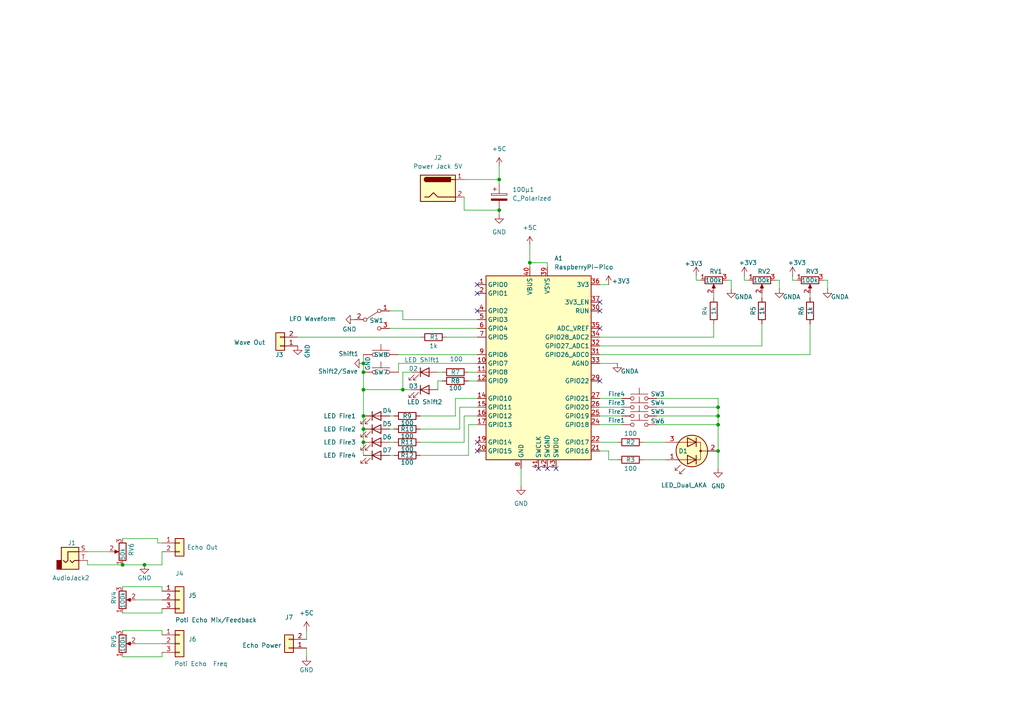
<source format=kicad_sch>
(kicad_sch (version 20231120) (generator "eeschema") (generator_version "8.0")
  (paper "A4")
  (lib_symbols
    (symbol "Connector:AudioJack2"
      (property "Reference" "J" (at 0 8.89 0))
      (property "Value" "AudioJack2" (at 0 6.35 0))
      (symbol "AudioJack2_0_1"
        (rectangle (start -3.81 0) (end -2.54 -2.54) (stroke (width 0.254)) (fill (type outline)))
        (rectangle (start -2.54 3.81) (end 2.54 -2.54) (stroke (width 0.254)) (fill (type background)))
        (polyline (pts (xy 0 0) (xy 0.635 -0.635) (xy 1.27 0) (xy 2.54 0)) (stroke (width 0.254)))
        (polyline (pts (xy 2.54 2.54) (xy -0.635 2.54) (xy -0.635 0) (xy -1.27 -0.635) (xy -1.905 0)) (stroke (width 0.254)))
      )
      (symbol "AudioJack2_1_1"
        (pin passive line (at 5.08 2.54 180) (length 2.54) (name "~") (number "S"))
        (pin passive line (at 5.08 0 180) (length 2.54) (name "~") (number "T"))
      )
    )
    (symbol "Connector:Barrel_Jack" (pin_names (offset 1.016))
      (property "Reference" "J" (at 0 5.334 0))
      (property "Value" "Barrel_Jack" (at 0 -5.08 0))
      (symbol "Barrel_Jack_0_1"
        (rectangle (start -5.08 3.81) (end 5.08 -3.81) (stroke (width 0.254)) (fill (type background)))
        (arc (start -3.302 3.175) (mid -3.9342 2.54) (end -3.302 1.905) (stroke (width 0.254)))
        (arc (start -3.302 3.175) (mid -3.9342 2.54) (end -3.302 1.905) (stroke (width 0.254)) (fill (type outline)))
        (polyline (pts (xy 5.08 2.54) (xy 3.81 2.54)) (stroke (width 0.254)))
        (polyline (pts (xy -3.81 -2.54) (xy -2.54 -2.54) (xy -1.27 -1.27) (xy 0 -2.54) (xy 2.54 -2.54) (xy 5.08 -2.54)) (stroke (width 0.254)))
        (rectangle (start 3.683 3.175) (end -3.302 1.905) (stroke (width 0.254)) (fill (type outline)))
      )
      (symbol "Barrel_Jack_1_1"
        (pin passive line (at 7.62 2.54 180) (length 2.54) (name "~") (number "1"))
        (pin passive line (at 7.62 -2.54 180) (length 2.54) (name "~") (number "2"))
      )
    )
    (symbol "Connector_Generic:Conn_01x02" (pin_names (offset 1.016) hide)
      (property "Reference" "J" (at 0 2.54 0))
      (property "Value" "Conn_01x02" (at 0 -5.08 0))
      (symbol "Conn_01x02_1_1"
        (rectangle (start -1.27 -2.413) (end 0 -2.667) (stroke (width 0.1524)))
        (rectangle (start -1.27 0.127) (end 0 -0.127) (stroke (width 0.1524)))
        (rectangle (start -1.27 1.27) (end 1.27 -3.81) (stroke (width 0.254)) (fill (type background)))
        (pin passive line (at -5.08 0 0) (length 3.81) (name "Pin_1") (number "1"))
        (pin passive line (at -5.08 -2.54 0) (length 3.81) (name "Pin_2") (number "2"))
      )
    )
    (symbol "Connector_Generic:Conn_01x03" (pin_names (offset 1.016) hide)
      (property "Reference" "J" (at 0 5.08 0))
      (property "Value" "Conn_01x03" (at 0 -5.08 0))
      (symbol "Conn_01x03_1_1"
        (rectangle (start -1.27 -2.413) (end 0 -2.667) (stroke (width 0.1524)))
        (rectangle (start -1.27 0.127) (end 0 -0.127) (stroke (width 0.1524)))
        (rectangle (start -1.27 2.667) (end 0 2.413) (stroke (width 0.1524)))
        (rectangle (start -1.27 3.81) (end 1.27 -3.81) (stroke (width 0.254)) (fill (type background)))
        (pin passive line (at -5.08 2.54 0) (length 3.81) (name "Pin_1") (number "1"))
        (pin passive line (at -5.08 0 0) (length 3.81) (name "Pin_2") (number "2"))
        (pin passive line (at -5.08 -2.54 0) (length 3.81) (name "Pin_3") (number "3"))
      )
    )
    (symbol "Device:C_Polarized" (pin_numbers hide) (pin_names (offset 0.254))
      (property "Reference" "C" (at 0.635 2.54 0))
      (property "Value" "C_Polarized" (at 0.635 -2.54 0))
      (symbol "C_Polarized_0_1"
        (rectangle (start -2.286 0.508) (end 2.286 1.016))
        (polyline (pts (xy -1.778 2.286) (xy -0.762 2.286)))
        (polyline (pts (xy -1.27 2.794) (xy -1.27 1.778)))
        (rectangle (start 2.286 -0.508) (end -2.286 -1.016) (fill (type outline)))
      )
      (symbol "C_Polarized_1_1"
        (pin passive line (at 0 3.81 270) (length 2.794) (name "~") (number "1"))
        (pin passive line (at 0 -3.81 90) (length 2.794) (name "~") (number "2"))
      )
    )
    (symbol "Device:LED" (pin_numbers hide) (pin_names (offset 1.016) hide)
      (property "Reference" "D" (at 0 2.54 0))
      (property "Value" "LED" (at 0 -2.54 0))
      (symbol "LED_0_1"
        (polyline (pts (xy -1.27 -1.27) (xy -1.27 1.27)) (stroke (width 0.254)))
        (polyline (pts (xy -1.27 0) (xy 1.27 0)))
        (polyline (pts (xy 1.27 -1.27) (xy 1.27 1.27) (xy -1.27 0) (xy 1.27 -1.27)) (stroke (width 0.254)))
        (polyline (pts (xy -3.048 -0.762) (xy -4.572 -2.286) (xy -3.81 -2.286) (xy -4.572 -2.286) (xy -4.572 -1.524)))
        (polyline (pts (xy -1.778 -0.762) (xy -3.302 -2.286) (xy -2.54 -2.286) (xy -3.302 -2.286) (xy -3.302 -1.524)))
      )
      (symbol "LED_1_1"
        (pin passive line (at -3.81 0 0) (length 2.54) (name "K") (number "1"))
        (pin passive line (at 3.81 0 180) (length 2.54) (name "A") (number "2"))
      )
    )
    (symbol "Device:LED_Dual_AKA" (pin_names (offset 0) hide)
      (property "Reference" "D" (at 0 5.715 0))
      (property "Value" "LED_Dual_AKA" (at 0 -6.35 0))
      (symbol "LED_Dual_AKA_0_1"
        (circle (center -2.54 0) (radius 0.2794) (fill (type outline)))
        (polyline (pts (xy -4.572 0) (xy -2.54 0)))
        (polyline (pts (xy -1.27 -1.27) (xy -1.27 -3.81)) (stroke (width 0.254)))
        (polyline (pts (xy -1.27 1.27) (xy -1.27 3.81)) (stroke (width 0.254)))
        (polyline (pts (xy 3.81 -2.54) (xy 1.905 -2.54)))
        (polyline (pts (xy 3.81 2.54) (xy 1.905 2.54)))
        (polyline (pts (xy 1.27 -3.81) (xy 1.27 -1.27) (xy -1.27 -2.54) (xy 1.27 -3.81)) (stroke (width 0.254)))
        (polyline (pts (xy 1.27 1.27) (xy 1.27 3.81) (xy -1.27 2.54) (xy 1.27 1.27)) (stroke (width 0.254)))
        (polyline (pts (xy 2.032 2.54) (xy -2.54 2.54) (xy -2.54 -2.54) (xy 2.032 -2.54)))
        (polyline (pts (xy 2.032 5.08) (xy 3.556 6.604) (xy 2.794 6.604) (xy 3.556 6.604) (xy 3.556 5.842)))
        (polyline (pts (xy 3.302 4.064) (xy 4.826 5.588) (xy 4.064 5.588) (xy 4.826 5.588) (xy 4.826 4.826)))
        (circle (center 0 0) (radius 4.572) (stroke (width 0.254)) (fill (type background)))
      )
      (symbol "LED_Dual_AKA_1_1"
        (pin input line (at 7.62 2.54 180) (length 3.81) (name "A1") (number "1"))
        (pin input line (at -7.62 0 0) (length 3.048) (name "K") (number "2"))
        (pin input line (at 7.62 -2.54 180) (length 3.81) (name "A2") (number "3"))
      )
    )
    (symbol "Device:R" (pin_numbers hide) (pin_names (offset 0))
      (property "Reference" "R" (at 2.032 0 90))
      (property "Value" "R" (at 0 0 90))
      (symbol "R_0_1"
        (rectangle (start -1.016 -2.54) (end 1.016 2.54) (stroke (width 0.254)))
      )
      (symbol "R_1_1"
        (pin passive line (at 0 3.81 270) (length 1.27) (name "~") (number "1"))
        (pin passive line (at 0 -3.81 90) (length 1.27) (name "~") (number "2"))
      )
    )
    (symbol "Device:R_Potentiometer" (pin_names (offset 1.016) hide)
      (property "Reference" "RV" (at -4.445 0 90))
      (property "Value" "R_Potentiometer" (at -2.54 0 90))
      (symbol "R_Potentiometer_0_1"
        (polyline (pts (xy 2.54 0) (xy 1.524 0)))
        (polyline (pts (xy 1.143 0) (xy 2.286 0.508) (xy 2.286 -0.508) (xy 1.143 0)) (fill (type outline)))
        (rectangle (start 1.016 2.54) (end -1.016 -2.54) (stroke (width 0.254)))
      )
      (symbol "R_Potentiometer_1_1"
        (pin passive line (at 0 3.81 270) (length 1.27) (name "1") (number "1"))
        (pin passive line (at 3.81 0 180) (length 1.27) (name "2") (number "2"))
        (pin passive line (at 0 -3.81 90) (length 1.27) (name "3") (number "3"))
      )
    )
    (symbol "RPI_pico_MCU_Module:RaspberryPi-Pico"
      (property "Reference" "A" (at 0 17.78 0))
      (property "Value" "RaspberryPi-Pico" (at 2.54 15.24 0))
      (symbol "RaspberryPi-Pico_0_1"
        (rectangle (start -15.24 27.94) (end 15.24 -25.4) (stroke (width 0.254)) (fill (type background)))
      )
      (symbol "RaspberryPi-Pico_1_1"
        (pin bidirectional line (at -17.78 25.4 0) (length 2.54) (name "GPIO0") (number "1"))
        (pin bidirectional line (at -17.78 2.54 0) (length 2.54) (name "GPIO7") (number "10"))
        (pin bidirectional line (at -17.78 0 0) (length 2.54) (name "GPIO8") (number "11"))
        (pin bidirectional line (at -17.78 -2.54 0) (length 2.54) (name "GPIO9") (number "12"))
        (pin passive line (at -5.08 -27.94 90) (length 2.54) hide (name "GND") (number "13"))
        (pin bidirectional line (at -17.78 -7.62 0) (length 2.54) (name "GPIO10") (number "14"))
        (pin bidirectional line (at -17.78 -10.16 0) (length 2.54) (name "GPIO11") (number "15"))
        (pin bidirectional line (at -17.78 -12.7 0) (length 2.54) (name "GPIO12") (number "16"))
        (pin bidirectional line (at -17.78 -15.24 0) (length 2.54) (name "GPIO13") (number "17"))
        (pin passive line (at -5.08 -27.94 90) (length 2.54) hide (name "GND") (number "18"))
        (pin bidirectional line (at -17.78 -20.32 0) (length 2.54) (name "GPIO14") (number "19"))
        (pin bidirectional line (at -17.78 22.86 0) (length 2.54) (name "GPIO1") (number "2"))
        (pin bidirectional line (at -17.78 -22.86 0) (length 2.54) (name "GPIO15") (number "20"))
        (pin bidirectional line (at 17.78 -22.86 180) (length 2.54) (name "GPIO16") (number "21"))
        (pin bidirectional line (at 17.78 -20.32 180) (length 2.54) (name "GPIO17") (number "22"))
        (pin passive line (at -5.08 -27.94 90) (length 2.54) hide (name "GND") (number "23"))
        (pin bidirectional line (at 17.78 -15.24 180) (length 2.54) (name "GPIO18") (number "24"))
        (pin bidirectional line (at 17.78 -12.7 180) (length 2.54) (name "GPIO19") (number "25"))
        (pin bidirectional line (at 17.78 -10.16 180) (length 2.54) (name "GPIO20") (number "26"))
        (pin bidirectional line (at 17.78 -7.62 180) (length 2.54) (name "GPIO21") (number "27"))
        (pin passive line (at -5.08 -27.94 90) (length 2.54) hide (name "GND") (number "28"))
        (pin bidirectional line (at 17.78 -2.54 180) (length 2.54) (name "GPIO22") (number "29"))
        (pin passive line (at -5.08 -27.94 90) (length 2.54) hide (name "GND") (number "3"))
        (pin input line (at 17.78 17.78 180) (length 2.54) (name "RUN") (number "30"))
        (pin bidirectional line (at 17.78 5.08 180) (length 2.54) (name "GPIO26_ADC0") (number "31"))
        (pin bidirectional line (at 17.78 7.62 180) (length 2.54) (name "GPIO27_ADC1") (number "32"))
        (pin power_in line (at 17.78 2.54 180) (length 2.54) (name "AGND") (number "33"))
        (pin bidirectional line (at 17.78 10.16 180) (length 2.54) (name "GPIO28_ADC2") (number "34"))
        (pin power_in line (at 17.78 12.7 180) (length 2.54) (name "ADC_VREF") (number "35"))
        (pin power_out line (at 17.78 25.4 180) (length 2.54) (name "3V3") (number "36"))
        (pin input line (at 17.78 20.32 180) (length 2.54) (name "3V3_EN") (number "37"))
        (pin passive line (at -5.08 -27.94 90) (length 2.54) hide (name "GND") (number "38"))
        (pin power_out line (at 2.54 30.48 270) (length 2.54) (name "VSYS") (number "39"))
        (pin bidirectional line (at -17.78 17.78 0) (length 2.54) (name "GPIO2") (number "4"))
        (pin power_out line (at -2.54 30.48 270) (length 2.54) (name "VBUS") (number "40"))
        (pin input line (at 0 -27.94 90) (length 2.54) (name "SWCLK") (number "41"))
        (pin power_in line (at 2.54 -27.94 90) (length 2.54) (name "SWGND") (number "42"))
        (pin bidirectional line (at 5.08 -27.94 90) (length 2.54) (name "SWDIO") (number "43"))
        (pin bidirectional line (at -17.78 15.24 0) (length 2.54) (name "GPIO3") (number "5"))
        (pin bidirectional line (at -17.78 12.7 0) (length 2.54) (name "GPIO4") (number "6"))
        (pin bidirectional line (at -17.78 10.16 0) (length 2.54) (name "GPIO5") (number "7"))
        (pin power_in line (at -5.08 -27.94 90) (length 2.54) (name "GND") (number "8"))
        (pin bidirectional line (at -17.78 5.08 0) (length 2.54) (name "GPIO6") (number "9"))
      )
    )
    (symbol "Switch:SW_Push" (pin_numbers hide) (pin_names (offset 1.016) hide)
      (property "Reference" "SW" (at 1.27 2.54 0))
      (property "Value" "SW_Push" (at 0 -1.524 0))
      (symbol "SW_Push_0_1"
        (circle (center -2.032 0) (radius 0.508))
        (polyline (pts (xy 0 1.27) (xy 0 3.048)))
        (polyline (pts (xy 2.54 1.27) (xy -2.54 1.27)))
        (circle (center 2.032 0) (radius 0.508))
        (pin passive line (at -5.08 0 0) (length 2.54) (name "1") (number "1"))
        (pin passive line (at 5.08 0 180) (length 2.54) (name "2") (number "2"))
      )
    )
    (symbol "Switch:SW_SPDT" (pin_names (offset 0) hide)
      (property "Reference" "SW" (at 0 4.318 0))
      (property "Value" "SW_SPDT" (at 0 -5.08 0))
      (symbol "SW_SPDT_0_0"
        (circle (center -2.032 0) (radius 0.508))
        (circle (center 2.032 -2.54) (radius 0.508))
      )
      (symbol "SW_SPDT_0_1"
        (polyline (pts (xy -1.524 0.254) (xy 1.651 2.286)))
        (circle (center 2.032 2.54) (radius 0.508))
      )
      (symbol "SW_SPDT_1_1"
        (pin passive line (at 5.08 2.54 180) (length 2.54) (name "A") (number "1"))
        (pin passive line (at -5.08 0 0) (length 2.54) (name "B") (number "2"))
        (pin passive line (at 5.08 -2.54 180) (length 2.54) (name "C") (number "3"))
      )
    )
    (symbol "power:+3V3" (power) (pin_numbers hide) (pin_names (offset 0) hide)
      (property "Value" "+3V3" (at 0 3.556 0))
      (symbol "+3V3_0_1"
        (polyline (pts (xy -0.762 1.27) (xy 0 2.54)))
        (polyline (pts (xy 0 0) (xy 0 2.54)))
        (polyline (pts (xy 0 2.54) (xy 0.762 1.27)))
      )
      (symbol "+3V3_1_1"
        (pin power_in line (at 0 0 90) (length 0) (name "~") (number "1"))
      )
    )
    (symbol "power:+5C" (power) (pin_names (offset 0))
      (property "Value" "+5C" (at 0 3.556 0))
      (symbol "+5C_0_1"
        (polyline (pts (xy -0.762 1.27) (xy 0 2.54)))
        (polyline (pts (xy 0 0) (xy 0 2.54)))
        (polyline (pts (xy 0 2.54) (xy 0.762 1.27)))
      )
      (symbol "+5C_1_1"
        (pin power_in line (at 0 0 90) (length 0) hide (name "+5C") (number "1"))
      )
    )
    (symbol "power:GND" (power) (pin_names (offset 0))
      (property "Value" "GND" (at 0 -3.81 0))
      (symbol "GND_0_1"
        (polyline (pts (xy 0 0) (xy 0 -1.27) (xy 1.27 -1.27) (xy 0 -2.54) (xy -1.27 -1.27) (xy 0 -1.27)))
      )
      (symbol "GND_1_1"
        (pin power_in line (at 0 0 270) (length 0) hide (name "GND") (number "1"))
      )
    )
    (symbol "power:GNDA" (power) (pin_numbers hide) (pin_names (offset 0) hide)
      (property "Value" "GNDA" (at 0 -3.81 0))
      (symbol "GNDA_0_1"
        (polyline (pts (xy 0 0) (xy 0 -1.27) (xy 1.27 -1.27) (xy 0 -2.54) (xy -1.27 -1.27) (xy 0 -1.27)))
      )
      (symbol "GNDA_1_1"
        (pin power_in line (at 0 0 270) (length 0) (name "~") (number "1"))
      )
    )
  )
  (junction (at 105.41 107.95))
  (junction (at 208.28 118.11))
  (junction (at 208.28 123.19))
  (junction (at 105.41 124.46))
  (junction (at 105.41 113.03))
  (junction (at 208.28 120.65))
  (junction (at 144.78 52.07))
  (junction (at 153.67 76.2))
  (junction (at 208.28 130.81))
  (junction (at 105.41 105.41))
  (junction (at 35.56 163.83))
  (junction (at 116.84 113.03))
  (junction (at 105.41 120.65))
  (junction (at 144.78 60.96))
  (junction (at 41.91 163.83))
  (junction (at 105.41 128.27))
  (no_connect (at 138.43 82.55))
  (no_connect (at 173.99 90.17))
  (no_connect (at 173.99 87.63))
  (no_connect (at 173.99 110.49))
  (no_connect (at 138.43 128.27))
  (no_connect (at 161.29 135.89))
  (no_connect (at 158.75 135.89))
  (no_connect (at 173.99 95.25))
  (no_connect (at 138.43 130.81))
  (no_connect (at 156.21 135.89))
  (no_connect (at 138.43 85.09))
  (no_connect (at 138.43 90.17))
  (wire (pts (xy 135.89 110.49) (xy 138.43 110.49)))
  (wire (pts (xy 35.56 177.8) (xy 46.99 177.8)))
  (wire (pts (xy 207.01 93.98) (xy 207.01 97.79)))
  (wire (pts (xy 105.41 124.46) (xy 105.41 128.27)))
  (wire (pts (xy 35.56 190.5) (xy 46.99 190.5)))
  (wire (pts (xy 176.53 133.35) (xy 176.53 130.81)))
  (wire (pts (xy 240.03 81.28) (xy 240.03 83.82)))
  (wire (pts (xy 105.41 128.27) (xy 105.41 132.08)))
  (wire (pts (xy 113.03 132.08) (xy 114.3 132.08)))
  (wire (pts (xy 190.5 118.11) (xy 208.28 118.11)))
  (wire (pts (xy 144.78 60.96) (xy 144.78 62.23)))
  (wire (pts (xy 132.08 115.57) (xy 138.43 115.57)))
  (wire (pts (xy 135.89 123.19) (xy 135.89 132.08)))
  (wire (pts (xy 133.35 124.46) (xy 121.92 124.46)))
  (wire (pts (xy 229.87 80.01) (xy 229.87 81.28)))
  (wire (pts (xy 25.4 162.56) (xy 25.4 163.83)))
  (wire (pts (xy 121.92 120.65) (xy 132.08 120.65)))
  (wire (pts (xy 134.62 128.27) (xy 134.62 120.65)))
  (wire (pts (xy 173.99 118.11) (xy 180.34 118.11)))
  (wire (pts (xy 25.4 160.02) (xy 31.75 160.02)))
  (wire (pts (xy 186.69 128.27) (xy 193.04 128.27)))
  (wire (pts (xy 238.76 81.28) (xy 240.03 81.28)))
  (wire (pts (xy 173.99 102.87) (xy 234.95 102.87)))
  (wire (pts (xy 113.03 95.25) (xy 138.43 95.25)))
  (wire (pts (xy 234.95 93.98) (xy 234.95 102.87)))
  (wire (pts (xy 46.99 177.8) (xy 46.99 176.53)))
  (wire (pts (xy 46.99 182.88) (xy 46.99 184.15)))
  (wire (pts (xy 173.99 82.55) (xy 176.53 82.55)))
  (wire (pts (xy 45.72 156.21) (xy 35.56 156.21)))
  (wire (pts (xy 116.84 90.17) (xy 116.84 92.71)))
  (wire (pts (xy 135.89 107.95) (xy 138.43 107.95)))
  (wire (pts (xy 220.98 93.98) (xy 220.98 100.33)))
  (wire (pts (xy 215.9 81.28) (xy 217.17 81.28)))
  (wire (pts (xy 201.93 81.28) (xy 203.2 81.28)))
  (wire (pts (xy 173.99 115.57) (xy 180.34 115.57)))
  (wire (pts (xy 134.62 120.65) (xy 138.43 120.65)))
  (wire (pts (xy 116.84 107.95) (xy 119.38 107.95)))
  (wire (pts (xy 45.72 157.48) (xy 46.99 157.48)))
  (wire (pts (xy 105.41 113.03) (xy 105.41 120.65)))
  (wire (pts (xy 173.99 100.33) (xy 220.98 100.33)))
  (wire (pts (xy 41.91 163.83) (xy 46.99 163.83)))
  (wire (pts (xy 46.99 163.83) (xy 46.99 160.02)))
  (wire (pts (xy 119.38 113.03) (xy 116.84 113.03)))
  (wire (pts (xy 208.28 120.65) (xy 208.28 123.19)))
  (wire (pts (xy 190.5 123.19) (xy 208.28 123.19)))
  (wire (pts (xy 116.84 92.71) (xy 138.43 92.71)))
  (wire (pts (xy 88.9 187.96) (xy 88.9 190.5)))
  (wire (pts (xy 35.56 182.88) (xy 46.99 182.88)))
  (wire (pts (xy 113.03 128.27) (xy 114.3 128.27)))
  (wire (pts (xy 86.36 97.79) (xy 121.92 97.79)))
  (wire (pts (xy 115.57 102.87) (xy 138.43 102.87)))
  (wire (pts (xy 88.9 182.88) (xy 88.9 185.42)))
  (wire (pts (xy 127 107.95) (xy 128.27 107.95)))
  (wire (pts (xy 144.78 48.26) (xy 144.78 52.07)))
  (wire (pts (xy 226.06 81.28) (xy 226.06 83.82)))
  (wire (pts (xy 158.75 76.2) (xy 158.75 77.47)))
  (wire (pts (xy 25.4 163.83) (xy 35.56 163.83)))
  (wire (pts (xy 45.72 157.48) (xy 45.72 156.21)))
  (wire (pts (xy 229.87 81.28) (xy 231.14 81.28)))
  (wire (pts (xy 190.5 120.65) (xy 208.28 120.65)))
  (wire (pts (xy 127 113.03) (xy 127 110.49)))
  (wire (pts (xy 116.84 90.17) (xy 113.03 90.17)))
  (wire (pts (xy 173.99 97.79) (xy 207.01 97.79)))
  (wire (pts (xy 134.62 52.07) (xy 144.78 52.07)))
  (wire (pts (xy 127 110.49) (xy 128.27 110.49)))
  (wire (pts (xy 41.91 163.83) (xy 35.56 163.83)))
  (wire (pts (xy 210.82 81.28) (xy 212.09 81.28)))
  (wire (pts (xy 176.53 133.35) (xy 179.07 133.35)))
  (wire (pts (xy 208.28 123.19) (xy 208.28 130.81)))
  (wire (pts (xy 115.57 107.95) (xy 115.57 105.41)))
  (wire (pts (xy 129.54 97.79) (xy 138.43 97.79)))
  (wire (pts (xy 173.99 105.41) (xy 179.07 105.41)))
  (wire (pts (xy 105.41 113.03) (xy 105.41 107.95)))
  (wire (pts (xy 46.99 190.5) (xy 46.99 189.23)))
  (wire (pts (xy 190.5 115.57) (xy 208.28 115.57)))
  (wire (pts (xy 138.43 118.11) (xy 133.35 118.11)))
  (wire (pts (xy 215.9 80.01) (xy 215.9 81.28)))
  (wire (pts (xy 115.57 105.41) (xy 138.43 105.41)))
  (wire (pts (xy 208.28 115.57) (xy 208.28 118.11)))
  (wire (pts (xy 132.08 120.65) (xy 132.08 115.57)))
  (wire (pts (xy 113.03 124.46) (xy 114.3 124.46)))
  (wire (pts (xy 39.37 186.69) (xy 46.99 186.69)))
  (wire (pts (xy 105.41 105.41) (xy 105.41 107.95)))
  (wire (pts (xy 138.43 123.19) (xy 135.89 123.19)))
  (wire (pts (xy 173.99 128.27) (xy 179.07 128.27)))
  (wire (pts (xy 201.93 80.01) (xy 201.93 81.28)))
  (wire (pts (xy 116.84 113.03) (xy 105.41 113.03)))
  (wire (pts (xy 173.99 120.65) (xy 180.34 120.65)))
  (wire (pts (xy 134.62 57.15) (xy 134.62 60.96)))
  (wire (pts (xy 212.09 81.28) (xy 212.09 83.82)))
  (wire (pts (xy 105.41 120.65) (xy 105.41 124.46)))
  (wire (pts (xy 39.37 173.99) (xy 46.99 173.99)))
  (wire (pts (xy 46.99 170.18) (xy 46.99 171.45)))
  (wire (pts (xy 234.95 86.36) (xy 234.95 85.09)))
  (wire (pts (xy 153.67 76.2) (xy 158.75 76.2)))
  (wire (pts (xy 35.56 170.18) (xy 46.99 170.18)))
  (wire (pts (xy 220.98 86.36) (xy 220.98 85.09)))
  (wire (pts (xy 133.35 118.11) (xy 133.35 124.46)))
  (wire (pts (xy 151.13 135.89) (xy 151.13 140.97)))
  (wire (pts (xy 105.41 102.87) (xy 105.41 105.41)))
  (wire (pts (xy 134.62 60.96) (xy 144.78 60.96)))
  (wire (pts (xy 121.92 128.27) (xy 134.62 128.27)))
  (wire (pts (xy 135.89 132.08) (xy 121.92 132.08)))
  (wire (pts (xy 144.78 52.07) (xy 144.78 53.34)))
  (wire (pts (xy 207.01 86.36) (xy 207.01 85.09)))
  (wire (pts (xy 113.03 120.65) (xy 114.3 120.65)))
  (wire (pts (xy 208.28 130.81) (xy 208.28 135.89)))
  (wire (pts (xy 173.99 123.19) (xy 180.34 123.19)))
  (wire (pts (xy 186.69 133.35) (xy 193.04 133.35)))
  (wire (pts (xy 153.67 71.12) (xy 153.67 76.2)))
  (wire (pts (xy 208.28 118.11) (xy 208.28 120.65)))
  (wire (pts (xy 153.67 76.2) (xy 153.67 77.47)))
  (wire (pts (xy 176.53 130.81) (xy 173.99 130.81)))
  (wire (pts (xy 116.84 107.95) (xy 116.84 113.03)))
  (wire (pts (xy 224.79 81.28) (xy 226.06 81.28)))
  (symbol (lib_id "Device:R") (at 118.11 128.27 90) (unit 1)
    (property "Reference" "R11" (at 118.11 128.27 90))
    (property "Value" "100" (at 118.11 130.302 90))
    (property "Footprint" "Resistor_SMD:R_1206_3216Metric" (effects (hide yes)))
  )
  (symbol (lib_id "power:GND") (at 144.78 62.23 0) (unit 1)
    (property "Reference" "#PWR014" (effects (hide yes)))
    (property "Value" "GND" (at 144.78 67.31 0))
  )
  (symbol (lib_id "Switch:SW_Push") (at 185.42 115.57 0) (unit 1)
    (property "Reference" "SW3" (at 190.754 114.3 0))
    (property "Value" "Fire4" (at 178.816 114.3 0))
    (property "Footprint" "Button_Switch_THT:SW_PUSH_6mm" (effects (hide yes)))
    (property "Description" "Push button switch, generic, two pins" (effects (hide yes)))
  )
  (symbol (lib_id "Device:R") (at 118.11 120.65 90) (unit 1)
    (property "Reference" "R9" (at 118.11 120.65 90))
    (property "Value" "100" (at 118.11 122.682 90))
    (property "Footprint" "Resistor_SMD:R_1206_3216Metric" (effects (hide yes)))
  )
  (symbol (lib_id "Connector_Generic:Conn_01x02") (at 81.28 100.33 180) (unit 1)
    (property "Reference" "J3" (at 81.026 102.87 0))
    (property "Value" "Wave Out" (at 72.39 99.314 0))
    (property "Footprint" "Connector_PinSocket_2.54mm:PinSocket_1x02_P2.54mm_Vertical" (effects (hide yes)))
    (property "Description" "Generic connector, single row, 01x02, script generated (kicad-library-utils/schlib/autogen/connector/)" (effects (hide yes)))
  )
  (symbol (lib_id "Device:LED") (at 109.22 124.46 0) (unit 1)
    (property "Reference" "D5" (at 112.268 122.936 0))
    (property "Value" "LED Fire2" (at 98.552 124.46 0))
    (property "Footprint" "LED_THT:LED_D3.0mm" (effects (hide yes)))
    (property "Description" "Light emitting diode" (effects (hide yes)))
  )
  (symbol (lib_id "Connector:Barrel_Jack") (at 127 54.61 0) (unit 1)
    (property "Reference" "J2" (at 127 45.72 0))
    (property "Value" "Power Jack 5V" (at 127 48.26 0))
    (property "Footprint" "Connector_BarrelJack:BarrelJack_GCT_DCJ200-10-A_Horizontal" (effects (hide yes)))
  )
  (symbol (lib_id "Device:R") (at 234.95 90.17 180) (unit 1)
    (property "Reference" "R6" (at 232.41 90.17 90))
    (property "Value" "1k" (at 234.95 90.17 90))
    (property "Footprint" "Resistor_SMD:R_1206_3216Metric" (effects (hide yes)))
  )
  (symbol (lib_id "power:+3V3") (at 176.53 82.55 0) (unit 1)
    (property "Reference" "#PWR03" (effects (hide yes)))
    (property "Value" "+3V3" (at 180.086 81.534 0))
    (property "Description" "Power symbol creates a global label with name \"+3V3\"" (effects (hide yes)))
  )
  (symbol (lib_id "Device:R") (at 220.98 90.17 180) (unit 1)
    (property "Reference" "R5" (at 218.44 90.17 90))
    (property "Value" "1k" (at 220.98 90.17 90))
    (property "Footprint" "Resistor_SMD:R_1206_3216Metric" (effects (hide yes)))
  )
  (symbol (lib_id "power:+3V3") (at 215.9 80.01 0) (unit 1)
    (property "Reference" "#PWR09" (effects (hide yes)))
    (property "Value" "+3V3" (at 216.916 76.2 0))
    (property "Description" "Power symbol creates a global label with name \"+3V3\"" (effects (hide yes)))
  )
  (symbol (lib_id "Device:LED") (at 109.22 120.65 0) (unit 1)
    (property "Reference" "D4" (at 112.268 119.126 0))
    (property "Value" "LED Fire1" (at 98.552 120.65 0))
    (property "Footprint" "LED_THT:LED_D3.0mm" (effects (hide yes)))
    (property "Description" "Light emitting diode" (effects (hide yes)))
  )
  (symbol (lib_id "Switch:SW_SPDT") (at 107.95 92.71 0) (unit 1)
    (property "Reference" "SW1" (at 109.22 92.964 0))
    (property "Value" "LFO Waveform" (at 90.678 92.456 0))
    (property "Footprint" "Button_Switch_THT:SW_Slide-03_Wuerth-WS-SLTV_10x2.5x6.4_P2.54mm" (effects (hide yes)))
  )
  (symbol (lib_id "RPI_pico_MCU_Module:RaspberryPi-Pico") (at 156.21 107.95 0) (unit 1)
    (property "Reference" "A1" (at 160.7694 74.93 0) (effects (justify left)))
    (property "Value" "RaspberryPi-Pico" (at 160.7694 77.47 0) (effects (justify left)))
    (property "Footprint" "RPI:Raspberry_Pi_Pico_SMT_THT" (effects (hide yes)))
    (property "Datasheet" "https://datasheets.raspberrypi.com/pico/pico-datasheet.pdf" (effects (hide yes)))
  )
  (symbol (lib_id "power:+3V3") (at 229.87 80.01 0) (unit 1)
    (property "Reference" "#PWR011" (effects (hide yes)))
    (property "Value" "+3V3" (at 231.14 76.2 0))
    (property "Description" "Power symbol creates a global label with name \"+3V3\"" (effects (hide yes)))
  )
  (symbol (lib_id "Device:R_Potentiometer") (at 234.95 81.28 90) (mirror x) (unit 1)
    (property "Reference" "RV3" (at 233.68 78.74 90) (effects (justify right)))
    (property "Value" "100k" (at 232.41 81.28 90) (effects (justify right)))
    (property "Footprint" "Potentiometer_THT:Potentiometer_Alps_RK09K_Single_Vertical" (effects (hide yes)))
  )
  (symbol (lib_id "Switch:SW_Push") (at 185.42 123.19 0) (unit 1)
    (property "Reference" "SW6" (at 190.754 122.174 0))
    (property "Value" "Fire1" (at 178.816 121.92 0))
    (property "Footprint" "Button_Switch_THT:SW_PUSH_6mm" (effects (hide yes)))
    (property "Description" "Push button switch, generic, two pins" (effects (hide yes)))
  )
  (symbol (lib_id "power:GND") (at 88.9 190.5 0) (unit 1)
    (property "Reference" "#PWR018" (effects (hide yes)))
    (property "Value" "GND" (at 88.9 194.31 0))
  )
  (symbol (lib_id "Switch:SW_Push") (at 185.42 120.65 0) (unit 1)
    (property "Reference" "SW5" (at 190.754 119.38 0))
    (property "Value" "Fire2" (at 178.816 119.38 0))
    (property "Footprint" "Button_Switch_THT:SW_PUSH_6mm" (effects (hide yes)))
    (property "Description" "Push button switch, generic, two pins" (effects (hide yes)))
  )
  (symbol (lib_id "Switch:SW_Push") (at 185.42 118.11 0) (unit 1)
    (property "Reference" "SW4" (at 190.754 116.84 0))
    (property "Value" "Fire3" (at 178.816 116.84 0))
    (property "Footprint" "Button_Switch_THT:SW_PUSH_6mm" (effects (hide yes)))
    (property "Description" "Push button switch, generic, two pins" (effects (hide yes)))
  )
  (symbol (lib_id "Switch:SW_Push") (at 110.49 107.95 0) (unit 1)
    (property "Reference" "SW7" (at 110.49 107.95 0))
    (property "Value" "Shift2/Save" (at 98.044 107.696 0))
    (property "Footprint" "Button_Switch_THT:SW_PUSH_6mm" (effects (hide yes)))
  )
  (symbol (lib_id "power:GND") (at 151.13 140.97 0) (unit 1)
    (property "Reference" "#PWR04" (effects (hide yes)))
    (property "Value" "GND" (at 151.13 146.05 0))
  )
  (symbol (lib_id "power:GNDA") (at 212.09 83.82 0) (unit 1)
    (property "Reference" "#PWR020" (effects (hide yes)))
    (property "Value" "GNDA" (at 215.646 86.106 0))
    (property "Description" "Power symbol creates a global label with name \"GNDA\" , analog ground" (effects (hide yes)))
  )
  (symbol (lib_id "Switch:SW_Push") (at 110.49 102.87 0) (unit 1)
    (property "Reference" "SW8" (at 110.49 102.87 0))
    (property "Value" "Shift1" (at 101.092 102.616 0))
    (property "Footprint" "Button_Switch_THT:SW_PUSH_6mm" (effects (hide yes)))
  )
  (symbol (lib_id "Device:LED") (at 123.19 107.95 0) (unit 1)
    (property "Reference" "D2" (at 119.888 106.934 0))
    (property "Value" "LED Shift1" (at 122.428 104.394 0))
    (property "Footprint" "LED_THT:LED_D3.0mm" (effects (hide yes)))
    (property "Description" "Light emitting diode" (effects (hide yes)))
  )
  (symbol (lib_id "power:GNDA") (at 179.07 105.41 0) (unit 1)
    (property "Reference" "#PWR019" (effects (hide yes)))
    (property "Value" "GNDA" (at 182.626 107.696 0))
    (property "Description" "Power symbol creates a global label with name \"GNDA\" , analog ground" (effects (hide yes)))
  )
  (symbol (lib_id "Connector_Generic:Conn_01x03") (at 52.07 173.99 0) (unit 1)
    (property "Reference" "J5" (at 54.61 172.7199 0) (effects (justify left)))
    (property "Value" "Poti Echo Mix/Feedback" (at 50.8 179.832 0) (effects (justify left)))
    (property "Footprint" "Connector_PinSocket_2.54mm:PinSocket_1x03_P2.54mm_Vertical" (effects (hide yes)))
    (property "Description" "Generic connector, single row, 01x03, script generated (kicad-library-utils/schlib/autogen/connector/)" (effects (hide yes)))
  )
  (symbol (lib_id "power:GND") (at 41.91 163.83 0) (unit 1)
    (property "Reference" "#PWR016" (effects (hide yes)))
    (property "Value" "GND" (at 41.91 167.64 0))
  )
  (symbol (lib_id "Connector:AudioJack2") (at 20.32 162.56 0) (unit 1)
    (property "Reference" "J1" (at 20.828 157.48 0))
    (property "Value" "AudioJack2" (at 20.574 167.64 0))
    (property "Footprint" "Connector_Audio:Jack_3.5mm_Ledino_KB3SPRS_Horizontal" (effects (hide yes)))
  )
  (symbol (lib_id "power:GNDA") (at 226.06 83.82 0) (unit 1)
    (property "Reference" "#PWR021" (effects (hide yes)))
    (property "Value" "GNDA" (at 229.616 86.106 0))
    (property "Description" "Power symbol creates a global label with name \"GNDA\" , analog ground" (effects (hide yes)))
  )
  (symbol (lib_id "Device:R_Potentiometer") (at 35.56 160.02 180) (unit 1)
    (property "Reference" "RV6" (at 38.1 161.29 90) (effects (justify right)))
    (property "Value" "50k" (at 35.56 162.56 90) (effects (justify right)))
    (property "Footprint" "Potentiometer_THT:Potentiometer_Alps_RK09K_Single_Vertical" (effects (hide yes)))
  )
  (symbol (lib_id "power:GND") (at 86.36 100.33 0) (unit 1)
    (property "Reference" "#PWR012" (effects (hide yes)))
    (property "Value" "GND" (at 89.154 101.854 90))
  )
  (symbol (lib_id "Device:R_Potentiometer") (at 35.56 186.69 0) (mirror x) (unit 1)
    (property "Reference" "RV5" (at 33.02 187.96 90) (effects (justify right)))
    (property "Value" "100k" (at 35.56 189.23 90) (effects (justify right)))
    (property "Footprint" "Potentiometer_THT:Potentiometer_Alps_RK09K_Single_Vertical" (effects (hide yes)))
  )
  (symbol (lib_id "power:GND") (at 208.28 135.89 0) (unit 1)
    (property "Reference" "#PWR07" (effects (hide yes)))
    (property "Value" "GND" (at 208.28 140.97 0))
  )
  (symbol (lib_id "power:+5C") (at 88.9 182.88 0) (unit 1)
    (property "Reference" "#PWR017" (effects (hide yes)))
    (property "Value" "+5C" (at 88.9 177.8 0))
  )
  (symbol (lib_id "Device:R_Potentiometer") (at 220.98 81.28 90) (mirror x) (unit 1)
    (property "Reference" "RV2" (at 219.71 78.74 90) (effects (justify right)))
    (property "Value" "100k" (at 218.44 81.28 90) (effects (justify right)))
    (property "Footprint" "Potentiometer_THT:Potentiometer_Alps_RK09K_Single_Vertical" (effects (hide yes)))
  )
  (symbol (lib_id "power:+5C") (at 153.67 71.12 0) (unit 1)
    (property "Reference" "#PWR05" (effects (hide yes)))
    (property "Value" "+5C" (at 153.67 66.04 0))
  )
  (symbol (lib_id "Device:R") (at 118.11 132.08 90) (unit 1)
    (property "Reference" "R12" (at 118.11 132.08 90))
    (property "Value" "100" (at 118.11 134.112 90))
    (property "Footprint" "Resistor_SMD:R_1206_3216Metric" (effects (hide yes)))
  )
  (symbol (lib_id "Connector_Generic:Conn_01x02") (at 83.82 187.96 180) (unit 1)
    (property "Reference" "J7" (at 83.82 179.07 0))
    (property "Value" "Echo Power" (at 75.946 187.198 0))
    (property "Footprint" "Connector_PinSocket_2.54mm:PinSocket_1x02_P2.54mm_Vertical" (effects (hide yes)))
    (property "Description" "Generic connector, single row, 01x02, script generated (kicad-library-utils/schlib/autogen/connector/)" (effects (hide yes)))
  )
  (symbol (lib_id "Device:R") (at 132.08 107.95 90) (unit 1)
    (property "Reference" "R7" (at 132.08 107.95 90))
    (property "Value" "100" (at 132.334 104.14 90))
    (property "Footprint" "Resistor_SMD:R_1206_3216Metric" (effects (hide yes)))
  )
  (symbol (lib_id "Device:LED_Dual_AKA") (at 200.66 130.81 180) (unit 1)
    (property "Reference" "D1" (at 198.12 130.81 0))
    (property "Value" "LED_Dual_AKA" (at 198.374 140.716 0))
    (property "Footprint" "LED_THT:LED_D5.0mm-3" (effects (hide yes)))
  )
  (symbol (lib_id "Device:R") (at 182.88 133.35 90) (unit 1)
    (property "Reference" "R3" (at 182.88 133.35 90))
    (property "Value" "100" (at 182.88 135.89 90))
    (property "Footprint" "Resistor_SMD:R_1206_3216Metric" (effects (hide yes)))
  )
  (symbol (lib_id "Device:LED") (at 123.19 113.03 0) (unit 1)
    (property "Reference" "D3" (at 119.888 112.014 0))
    (property "Value" "LED Shift2" (at 123.19 116.586 0))
    (property "Footprint" "LED_THT:LED_D3.0mm" (effects (hide yes)))
    (property "Description" "Light emitting diode" (effects (hide yes)))
  )
  (symbol (lib_id "Device:R") (at 207.01 90.17 180) (unit 1)
    (property "Reference" "R4" (at 204.47 90.17 90))
    (property "Value" "1k" (at 207.01 90.17 90))
    (property "Footprint" "Resistor_SMD:R_1206_3216Metric" (effects (hide yes)))
  )
  (symbol (lib_id "Device:R") (at 132.08 110.49 90) (unit 1)
    (property "Reference" "R8" (at 132.08 110.49 90))
    (property "Value" "100" (at 132.08 112.522 90))
    (property "Footprint" "Resistor_SMD:R_1206_3216Metric" (effects (hide yes)))
  )
  (symbol (lib_id "Device:R") (at 118.11 124.46 90) (unit 1)
    (property "Reference" "R10" (at 118.11 124.46 90))
    (property "Value" "100" (at 118.11 126.492 90))
    (property "Footprint" "Resistor_SMD:R_1206_3216Metric" (effects (hide yes)))
  )
  (symbol (lib_id "Device:LED") (at 109.22 132.08 0) (unit 1)
    (property "Reference" "D7" (at 112.268 130.556 0))
    (property "Value" "LED Fire4" (at 98.552 132.08 0))
    (property "Footprint" "LED_THT:LED_D3.0mm" (effects (hide yes)))
    (property "Description" "Light emitting diode" (effects (hide yes)))
  )
  (symbol (lib_id "Connector_Generic:Conn_01x02") (at 52.07 157.48 0) (unit 1)
    (property "Reference" "J4" (at 52.07 166.37 0))
    (property "Value" "Echo Out" (at 58.674 158.75 0))
    (property "Footprint" "Connector_PinSocket_2.54mm:PinSocket_1x02_P2.54mm_Vertical" (effects (hide yes)))
    (property "Description" "Generic connector, single row, 01x02, script generated (kicad-library-utils/schlib/autogen/connector/)" (effects (hide yes)))
  )
  (symbol (lib_id "power:GNDA") (at 240.03 83.82 0) (unit 1)
    (property "Reference" "#PWR022" (effects (hide yes)))
    (property "Value" "GNDA" (at 243.586 86.106 0))
    (property "Description" "Power symbol creates a global label with name \"GNDA\" , analog ground" (effects (hide yes)))
  )
  (symbol (lib_id "Connector_Generic:Conn_01x03") (at 52.07 186.69 0) (unit 1)
    (property "Reference" "J6" (at 54.61 185.4199 0) (effects (justify left)))
    (property "Value" "Poti Echo  Freq" (at 50.546 192.532 0) (effects (justify left)))
    (property "Footprint" "Connector_PinSocket_2.54mm:PinSocket_1x03_P2.54mm_Vertical" (effects (hide yes)))
    (property "Description" "Generic connector, single row, 01x03, script generated (kicad-library-utils/schlib/autogen/connector/)" (effects (hide yes)))
  )
  (symbol (lib_id "power:GND") (at 102.87 92.71 270) (unit 1)
    (property "Reference" "#PWR01" (effects (hide yes)))
    (property "Value" "GND" (at 101.346 95.504 90))
  )
  (symbol (lib_id "Device:LED") (at 109.22 128.27 0) (unit 1)
    (property "Reference" "D6" (at 112.268 126.746 0))
    (property "Value" "LED Fire3" (at 98.552 128.27 0))
    (property "Footprint" "LED_THT:LED_D3.0mm" (effects (hide yes)))
    (property "Description" "Light emitting diode" (effects (hide yes)))
  )
  (symbol (lib_id "Device:R") (at 182.88 128.27 90) (unit 1)
    (property "Reference" "R2" (at 182.88 128.27 90))
    (property "Value" "100" (at 182.88 125.73 90))
    (property "Footprint" "Resistor_SMD:R_1206_3216Metric" (effects (hide yes)))
  )
  (symbol (lib_id "Device:C_Polarized") (at 144.78 57.15 0) (unit 1)
    (property "Reference" "100µ1" (at 148.59 54.9909 0) (effects (justify left)))
    (property "Value" "C_Polarized" (at 148.59 57.5309 0) (effects (justify left)))
    (property "Footprint" "Capacitor_THT:CP_Radial_D10.0mm_P5.00mm" (effects (hide yes)))
  )
  (symbol (lib_id "Device:R_Potentiometer") (at 35.56 173.99 0) (mirror x) (unit 1)
    (property "Reference" "RV4" (at 33.02 175.26 90) (effects (justify right)))
    (property "Value" "100k" (at 35.56 176.53 90) (effects (justify right)))
    (property "Footprint" "Potentiometer_THT:Potentiometer_Alps_RK09K_Single_Vertical" (effects (hide yes)))
  )
  (symbol (lib_id "power:+3V3") (at 201.93 80.01 0) (unit 1)
    (property "Reference" "#PWR06" (effects (hide yes)))
    (property "Value" "+3V3" (at 201.168 76.454 0))
    (property "Description" "Power symbol creates a global label with name \"+3V3\"" (effects (hide yes)))
  )
  (symbol (lib_id "Device:R_Potentiometer") (at 207.01 81.28 90) (mirror x) (unit 1)
    (property "Reference" "RV1" (at 205.74 78.74 90) (effects (justify right)))
    (property "Value" "100k" (at 204.47 81.28 90) (effects (justify right)))
    (property "Footprint" "Potentiometer_THT:Potentiometer_Alps_RK09K_Single_Vertical" (effects (hide yes)))
  )
  (symbol (lib_id "power:+5C") (at 144.78 48.26 0) (unit 1)
    (property "Reference" "#PWR013" (effects (hide yes)))
    (property "Value" "+5C" (at 144.78 43.18 0))
  )
  (symbol (lib_id "Device:R") (at 125.73 97.79 90) (unit 1)
    (property "Reference" "R1" (at 125.984 97.79 90))
    (property "Value" "1k" (at 125.73 100.33 90))
    (property "Footprint" "Resistor_SMD:R_1206_3216Metric" (effects (hide yes)))
  )
  (symbol (lib_id "power:GND") (at 105.41 105.41 270) (unit 1)
    (property "Reference" "#PWR010" (effects (hide yes)))
    (property "Value" "GND" (at 106.68 105.41 0))
  )
)
</source>
